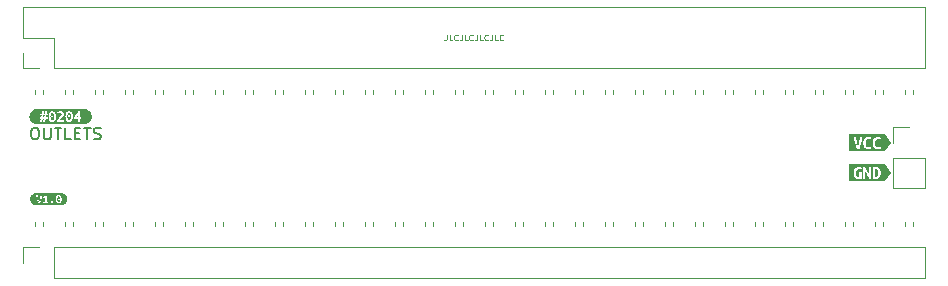
<source format=gbr>
%TF.GenerationSoftware,KiCad,Pcbnew,6.0.7+dfsg-1~bpo11+1*%
%TF.CreationDate,2022-10-18T02:59:46+00:00*%
%TF.ProjectId,0204-OUTLETS,30323034-2d4f-4555-944c-4554532e6b69,V1.0*%
%TF.SameCoordinates,Original*%
%TF.FileFunction,Legend,Top*%
%TF.FilePolarity,Positive*%
%FSLAX46Y46*%
G04 Gerber Fmt 4.6, Leading zero omitted, Abs format (unit mm)*
G04 Created by KiCad (PCBNEW 6.0.7+dfsg-1~bpo11+1) date 2022-10-18 02:59:46*
%MOMM*%
%LPD*%
G01*
G04 APERTURE LIST*
%ADD10C,0.100000*%
%ADD11C,0.150000*%
%ADD12C,0.120000*%
G04 APERTURE END LIST*
D10*
X36580476Y20593810D02*
X36580476Y20236667D01*
X36556666Y20165239D01*
X36509047Y20117620D01*
X36437619Y20093810D01*
X36390000Y20093810D01*
X37056666Y20093810D02*
X36818571Y20093810D01*
X36818571Y20593810D01*
X37509047Y20141429D02*
X37485238Y20117620D01*
X37413809Y20093810D01*
X37366190Y20093810D01*
X37294761Y20117620D01*
X37247142Y20165239D01*
X37223333Y20212858D01*
X37199523Y20308096D01*
X37199523Y20379524D01*
X37223333Y20474762D01*
X37247142Y20522381D01*
X37294761Y20570000D01*
X37366190Y20593810D01*
X37413809Y20593810D01*
X37485238Y20570000D01*
X37509047Y20546191D01*
X37866190Y20593810D02*
X37866190Y20236667D01*
X37842380Y20165239D01*
X37794761Y20117620D01*
X37723333Y20093810D01*
X37675714Y20093810D01*
X38342380Y20093810D02*
X38104285Y20093810D01*
X38104285Y20593810D01*
X38794761Y20141429D02*
X38770952Y20117620D01*
X38699523Y20093810D01*
X38651904Y20093810D01*
X38580476Y20117620D01*
X38532857Y20165239D01*
X38509047Y20212858D01*
X38485238Y20308096D01*
X38485238Y20379524D01*
X38509047Y20474762D01*
X38532857Y20522381D01*
X38580476Y20570000D01*
X38651904Y20593810D01*
X38699523Y20593810D01*
X38770952Y20570000D01*
X38794761Y20546191D01*
X39151904Y20593810D02*
X39151904Y20236667D01*
X39128095Y20165239D01*
X39080476Y20117620D01*
X39009047Y20093810D01*
X38961428Y20093810D01*
X39628095Y20093810D02*
X39390000Y20093810D01*
X39390000Y20593810D01*
X40080476Y20141429D02*
X40056666Y20117620D01*
X39985238Y20093810D01*
X39937619Y20093810D01*
X39866190Y20117620D01*
X39818571Y20165239D01*
X39794761Y20212858D01*
X39770952Y20308096D01*
X39770952Y20379524D01*
X39794761Y20474762D01*
X39818571Y20522381D01*
X39866190Y20570000D01*
X39937619Y20593810D01*
X39985238Y20593810D01*
X40056666Y20570000D01*
X40080476Y20546191D01*
X40437619Y20593810D02*
X40437619Y20236667D01*
X40413809Y20165239D01*
X40366190Y20117620D01*
X40294761Y20093810D01*
X40247142Y20093810D01*
X40913809Y20093810D02*
X40675714Y20093810D01*
X40675714Y20593810D01*
X41366190Y20141429D02*
X41342380Y20117620D01*
X41270952Y20093810D01*
X41223333Y20093810D01*
X41151904Y20117620D01*
X41104285Y20165239D01*
X41080476Y20212858D01*
X41056666Y20308096D01*
X41056666Y20379524D01*
X41080476Y20474762D01*
X41104285Y20522381D01*
X41151904Y20570000D01*
X41223333Y20593810D01*
X41270952Y20593810D01*
X41342380Y20570000D01*
X41366190Y20546191D01*
D11*
X1616071Y12707620D02*
X1806547Y12707620D01*
X1901785Y12660000D01*
X1997023Y12564762D01*
X2044642Y12374286D01*
X2044642Y12040953D01*
X1997023Y11850477D01*
X1901785Y11755239D01*
X1806547Y11707620D01*
X1616071Y11707620D01*
X1520833Y11755239D01*
X1425595Y11850477D01*
X1377976Y12040953D01*
X1377976Y12374286D01*
X1425595Y12564762D01*
X1520833Y12660000D01*
X1616071Y12707620D01*
X2473214Y12707620D02*
X2473214Y11898096D01*
X2520833Y11802858D01*
X2568452Y11755239D01*
X2663690Y11707620D01*
X2854166Y11707620D01*
X2949404Y11755239D01*
X2997023Y11802858D01*
X3044642Y11898096D01*
X3044642Y12707620D01*
X3377976Y12707620D02*
X3949404Y12707620D01*
X3663690Y11707620D02*
X3663690Y12707620D01*
X4758928Y11707620D02*
X4282738Y11707620D01*
X4282738Y12707620D01*
X5092261Y12231429D02*
X5425595Y12231429D01*
X5568452Y11707620D02*
X5092261Y11707620D01*
X5092261Y12707620D01*
X5568452Y12707620D01*
X5854166Y12707620D02*
X6425595Y12707620D01*
X6139880Y11707620D02*
X6139880Y12707620D01*
X6711309Y11755239D02*
X6854166Y11707620D01*
X7092261Y11707620D01*
X7187500Y11755239D01*
X7235119Y11802858D01*
X7282738Y11898096D01*
X7282738Y11993334D01*
X7235119Y12088572D01*
X7187500Y12136191D01*
X7092261Y12183810D01*
X6901785Y12231429D01*
X6806547Y12279048D01*
X6758928Y12326667D01*
X6711309Y12421905D01*
X6711309Y12517143D01*
X6758928Y12612381D01*
X6806547Y12660000D01*
X6901785Y12707620D01*
X7139880Y12707620D01*
X7282738Y12660000D01*
D12*
%TO.C,R15*%
X11840000Y4418359D02*
X11840000Y4725641D01*
X12600000Y4418359D02*
X12600000Y4725641D01*
%TO.C,R44*%
X60860000Y15594359D02*
X60860000Y15901641D01*
X60100000Y15594359D02*
X60100000Y15901641D01*
%TO.C,R40*%
X50700000Y4418359D02*
X50700000Y4725641D01*
X49940000Y4418359D02*
X49940000Y4725641D01*
%TO.C,R10*%
X24540000Y15594359D02*
X24540000Y15901641D01*
X25300000Y15594359D02*
X25300000Y15901641D01*
%TO.C,kibuzzard-634E0ED5*%
G36*
X3180626Y13349961D02*
G01*
X3117403Y13369785D01*
X3070612Y13429257D01*
X3049181Y13490296D01*
X3036322Y13567687D01*
X3032036Y13661429D01*
X3032695Y13675716D01*
X3102044Y13675716D01*
X3123476Y13609279D01*
X3182054Y13581419D01*
X3238490Y13609279D01*
X3260636Y13675716D01*
X3238490Y13742867D01*
X3182054Y13771442D01*
X3123476Y13742867D01*
X3102044Y13675716D01*
X3032695Y13675716D01*
X3036322Y13754377D01*
X3049181Y13831291D01*
X3070612Y13892172D01*
X3117403Y13951644D01*
X3180626Y13971467D01*
X3244741Y13951644D01*
X3291354Y13892172D01*
X3312388Y13831291D01*
X3325009Y13754377D01*
X3329216Y13661429D01*
X3325009Y13567687D01*
X3312388Y13490296D01*
X3291354Y13429257D01*
X3244741Y13369785D01*
X3182054Y13350403D01*
X3180626Y13349961D01*
G37*
G36*
X1828003Y13023002D02*
G01*
X1765869Y13032219D01*
X1704937Y13047482D01*
X1645794Y13068643D01*
X1589011Y13095500D01*
X1535133Y13127793D01*
X1484680Y13165211D01*
X1438137Y13207395D01*
X1395954Y13253938D01*
X1358535Y13304391D01*
X1326242Y13358268D01*
X1299385Y13415052D01*
X1292002Y13435686D01*
X2134781Y13435686D01*
X2220506Y13435686D01*
X2179072Y13217087D01*
X2324804Y13217087D01*
X2364809Y13435686D01*
X2479109Y13435686D01*
X2437676Y13217087D01*
X2583408Y13217087D01*
X2624842Y13435686D01*
X2799149Y13435686D01*
X2799149Y13581419D01*
X2651988Y13581419D01*
X2667263Y13661429D01*
X2873444Y13661429D01*
X2878356Y13551772D01*
X2893090Y13457117D01*
X2917646Y13377465D01*
X2952026Y13312814D01*
X3012351Y13249314D01*
X3088551Y13211214D01*
X3180626Y13198514D01*
X3272701Y13211214D01*
X3348901Y13249314D01*
X3409226Y13312814D01*
X3443605Y13377465D01*
X3468162Y13457117D01*
X3482896Y13551772D01*
X3487807Y13661429D01*
X3482896Y13770416D01*
X3468162Y13864490D01*
X3443605Y13943652D01*
X3411137Y14004329D01*
X3599249Y14004329D01*
X3686403Y13881456D01*
X3776414Y13948607D01*
X3863568Y13968610D01*
X3946436Y13939321D01*
X3979297Y13855739D01*
X3952865Y13780015D01*
X3885714Y13702862D01*
X3843566Y13661965D01*
X3798560Y13619281D01*
X3753554Y13573918D01*
X3711406Y13524983D01*
X3674259Y13471941D01*
X3644255Y13414255D01*
X3624431Y13351390D01*
X3617823Y13282810D01*
X3617109Y13252806D01*
X3620681Y13217087D01*
X4197896Y13217087D01*
X4197896Y13362820D01*
X3817848Y13362820D01*
X3832850Y13409969D01*
X3869283Y13460689D01*
X3915003Y13509267D01*
X3957866Y13549986D01*
X4030732Y13621424D01*
X4064070Y13661429D01*
X4302194Y13661429D01*
X4307106Y13551772D01*
X4321840Y13457117D01*
X4346396Y13377465D01*
X4380776Y13312814D01*
X4441101Y13249314D01*
X4517301Y13211214D01*
X4609376Y13198514D01*
X4701451Y13211214D01*
X4777651Y13249314D01*
X4837976Y13312814D01*
X4872355Y13377465D01*
X4887221Y13425685D01*
X5005139Y13425685D01*
X5373757Y13425685D01*
X5373757Y13217087D01*
X5549493Y13217087D01*
X5549493Y13425685D01*
X5645219Y13425685D01*
X5645219Y13569989D01*
X5549493Y13569989D01*
X5549493Y14101484D01*
X5392331Y14101484D01*
X5335181Y14040583D01*
X5278031Y13972182D01*
X5222309Y13899494D01*
X5169446Y13825735D01*
X5120154Y13752333D01*
X5075148Y13680717D01*
X5036215Y13613744D01*
X5005139Y13554273D01*
X5005139Y13425685D01*
X4887221Y13425685D01*
X4896912Y13457117D01*
X4911646Y13551772D01*
X4916557Y13661429D01*
X4911646Y13770416D01*
X4896912Y13864490D01*
X4872355Y13943652D01*
X4837976Y14007901D01*
X4777651Y14071004D01*
X4701451Y14108866D01*
X4609376Y14121486D01*
X4518729Y14108786D01*
X4443006Y14070686D01*
X4382204Y14007186D01*
X4347200Y13942714D01*
X4322197Y13863597D01*
X4307195Y13769835D01*
X4302194Y13661429D01*
X4064070Y13661429D01*
X4095026Y13698576D01*
X4140746Y13780729D01*
X4157891Y13868597D01*
X4135031Y13979326D01*
X4073594Y14058621D01*
X3985012Y14105770D01*
X3880713Y14121486D01*
X3806240Y14114342D01*
X3731409Y14092911D01*
X3660864Y14056478D01*
X3599249Y14004329D01*
X3411137Y14004329D01*
X3409226Y14007901D01*
X3348901Y14071004D01*
X3272701Y14108866D01*
X3180626Y14121486D01*
X3089979Y14108786D01*
X3014256Y14070686D01*
X2953454Y14007186D01*
X2918450Y13942714D01*
X2893447Y13863597D01*
X2878445Y13769835D01*
X2873444Y13661429D01*
X2667263Y13661429D01*
X2681992Y13738581D01*
X2799149Y13738581D01*
X2799149Y13884314D01*
X2710567Y13884314D01*
X2752001Y14101484D01*
X2606268Y14101484D01*
X2564834Y13884314D01*
X2450534Y13884314D01*
X2493397Y14101484D01*
X2347664Y14101484D01*
X2306231Y13884314D01*
X2134781Y13884314D01*
X2134781Y13738581D01*
X2277656Y13738581D01*
X2247652Y13581419D01*
X2134781Y13581419D01*
X2134781Y13435686D01*
X1292002Y13435686D01*
X1278224Y13474195D01*
X1262961Y13535127D01*
X1253744Y13597261D01*
X1250662Y13660000D01*
X1253744Y13722739D01*
X1262961Y13784873D01*
X1278224Y13845805D01*
X1299385Y13904948D01*
X1326242Y13961732D01*
X1358535Y14015609D01*
X1395954Y14066062D01*
X1438137Y14112605D01*
X1484680Y14154789D01*
X1535133Y14192207D01*
X1589011Y14224500D01*
X1645794Y14251357D01*
X1704937Y14272518D01*
X1765869Y14287781D01*
X1828003Y14296998D01*
X1890742Y14300080D01*
X5889258Y14300080D01*
X5951997Y14296998D01*
X6014131Y14287781D01*
X6075063Y14272518D01*
X6134206Y14251357D01*
X6190989Y14224500D01*
X6244867Y14192207D01*
X6295320Y14154789D01*
X6341863Y14112605D01*
X6384046Y14066062D01*
X6421465Y14015609D01*
X6453758Y13961732D01*
X6480615Y13904948D01*
X6501776Y13845805D01*
X6517039Y13784873D01*
X6526256Y13722739D01*
X6529338Y13660000D01*
X6526256Y13597261D01*
X6517039Y13535127D01*
X6501776Y13474195D01*
X6480615Y13415052D01*
X6453758Y13358268D01*
X6421465Y13304391D01*
X6384046Y13253938D01*
X6341863Y13207395D01*
X6295320Y13165211D01*
X6244867Y13127793D01*
X6190989Y13095500D01*
X6134206Y13068643D01*
X6075063Y13047482D01*
X6014131Y13032219D01*
X5951997Y13023002D01*
X5889258Y13019920D01*
X1890742Y13019920D01*
X1828003Y13023002D01*
G37*
G36*
X2507684Y13581419D02*
G01*
X2393384Y13581419D01*
X2423388Y13738581D01*
X2536259Y13738581D01*
X2507684Y13581419D01*
G37*
G36*
X5373757Y13569989D02*
G01*
X5173732Y13569989D01*
X5216594Y13651427D01*
X5267315Y13733581D01*
X5320893Y13811447D01*
X5373757Y13881456D01*
X5373757Y13569989D01*
G37*
G36*
X4609376Y13349961D02*
G01*
X4546153Y13369785D01*
X4499362Y13429257D01*
X4477931Y13490296D01*
X4465072Y13567687D01*
X4460786Y13661429D01*
X4461445Y13675716D01*
X4530794Y13675716D01*
X4552226Y13609279D01*
X4610804Y13581419D01*
X4667240Y13609279D01*
X4689386Y13675716D01*
X4667240Y13742867D01*
X4610804Y13771442D01*
X4552226Y13742867D01*
X4530794Y13675716D01*
X4461445Y13675716D01*
X4465072Y13754377D01*
X4477931Y13831291D01*
X4499362Y13892172D01*
X4546153Y13951644D01*
X4609376Y13971467D01*
X4673491Y13951644D01*
X4720104Y13892172D01*
X4741138Y13831291D01*
X4753759Y13754377D01*
X4757966Y13661429D01*
X4753759Y13567687D01*
X4741138Y13490296D01*
X4720104Y13429257D01*
X4673491Y13369785D01*
X4610804Y13350403D01*
X4609376Y13349961D01*
G37*
%TO.C,R17*%
X16920000Y4418359D02*
X16920000Y4725641D01*
X17680000Y4418359D02*
X17680000Y4725641D01*
%TO.C,R21*%
X27840000Y15594359D02*
X27840000Y15901641D01*
X27080000Y15594359D02*
X27080000Y15901641D01*
%TO.C,R50*%
X75340000Y15594359D02*
X75340000Y15901641D01*
X76100000Y15594359D02*
X76100000Y15901641D01*
%TO.C,R53*%
X58320000Y4418359D02*
X58320000Y4725641D01*
X57560000Y4418359D02*
X57560000Y4725641D01*
%TO.C,J1*%
X3330000Y2600000D02*
X77050000Y2600000D01*
X3330000Y-60000D02*
X77050000Y-60000D01*
X730000Y1270000D02*
X730000Y2600000D01*
X77050000Y-60000D02*
X77050000Y2600000D01*
X3330000Y-60000D02*
X3330000Y2600000D01*
X730000Y2600000D02*
X2060000Y2600000D01*
%TO.C,R20*%
X25300000Y4418359D02*
X25300000Y4725641D01*
X24540000Y4418359D02*
X24540000Y4725641D01*
%TO.C,R45*%
X62640000Y15594359D02*
X62640000Y15901641D01*
X63400000Y15594359D02*
X63400000Y15901641D01*
%TO.C,R24*%
X35460000Y15594359D02*
X35460000Y15901641D01*
X34700000Y15594359D02*
X34700000Y15901641D01*
%TO.C,R19*%
X22760000Y4418359D02*
X22760000Y4725641D01*
X22000000Y4418359D02*
X22000000Y4725641D01*
%TO.C,R18*%
X20220000Y4418359D02*
X20220000Y4725641D01*
X19460000Y4418359D02*
X19460000Y4725641D01*
%TO.C,R37*%
X43080000Y4418359D02*
X43080000Y4725641D01*
X42320000Y4418359D02*
X42320000Y4725641D01*
%TO.C,R28*%
X45620000Y15594359D02*
X45620000Y15901641D01*
X44860000Y15594359D02*
X44860000Y15901641D01*
%TO.C,R22*%
X29620000Y15594359D02*
X29620000Y15901641D01*
X30380000Y15594359D02*
X30380000Y15901641D01*
%TO.C,R47*%
X68480000Y15594359D02*
X68480000Y15901641D01*
X67720000Y15594359D02*
X67720000Y15901641D01*
%TO.C,R23*%
X32920000Y15594359D02*
X32920000Y15901641D01*
X32160000Y15594359D02*
X32160000Y15901641D01*
%TO.C,R59*%
X73560000Y4418359D02*
X73560000Y4725641D01*
X72800000Y4418359D02*
X72800000Y4725641D01*
%TO.C,R6*%
X14380000Y15594359D02*
X14380000Y15901641D01*
X15140000Y15594359D02*
X15140000Y15901641D01*
%TO.C,R2*%
X4980000Y15594359D02*
X4980000Y15901641D01*
X4220000Y15594359D02*
X4220000Y15901641D01*
%TO.C,R7*%
X17680000Y15594359D02*
X17680000Y15901641D01*
X16920000Y15594359D02*
X16920000Y15901641D01*
%TO.C,R31*%
X27840000Y4418359D02*
X27840000Y4725641D01*
X27080000Y4418359D02*
X27080000Y4725641D01*
%TO.C,R13*%
X7520000Y4418359D02*
X7520000Y4725641D01*
X6760000Y4418359D02*
X6760000Y4725641D01*
%TO.C,kibuzzard-63351CB9*%
G36*
X3735661Y6418859D02*
G01*
X3686488Y6434277D01*
X3650095Y6480533D01*
X3633426Y6528008D01*
X3623425Y6588201D01*
X3620091Y6661111D01*
X3620604Y6672224D01*
X3674543Y6672224D01*
X3691211Y6620551D01*
X3736773Y6598881D01*
X3780667Y6620551D01*
X3797891Y6672224D01*
X3780667Y6724452D01*
X3736773Y6746677D01*
X3691211Y6724452D01*
X3674543Y6672224D01*
X3620604Y6672224D01*
X3623425Y6733404D01*
X3633426Y6793227D01*
X3650095Y6840578D01*
X3686488Y6886834D01*
X3735661Y6902252D01*
X3785529Y6886834D01*
X3821783Y6840578D01*
X3838143Y6793227D01*
X3847959Y6733404D01*
X3851231Y6661111D01*
X3847959Y6588201D01*
X3838143Y6528008D01*
X3821783Y6480533D01*
X3785529Y6434277D01*
X3736773Y6419202D01*
X3735661Y6418859D01*
G37*
G36*
X1756531Y6164557D02*
G01*
X1708204Y6171726D01*
X1660812Y6183597D01*
X1614812Y6200056D01*
X1570647Y6220944D01*
X1528742Y6246061D01*
X1489501Y6275164D01*
X1453301Y6307974D01*
X1420492Y6344174D01*
X1391389Y6383415D01*
X1366272Y6425320D01*
X1345383Y6469485D01*
X1328924Y6515485D01*
X1317053Y6562876D01*
X1309885Y6611203D01*
X1307487Y6660000D01*
X1309885Y6708797D01*
X1317053Y6757124D01*
X1328924Y6804515D01*
X1345383Y6850515D01*
X1366272Y6894680D01*
X1391389Y6936585D01*
X1420492Y6975826D01*
X1445461Y7003376D01*
X1805420Y7003376D01*
X1818199Y6941146D01*
X1836535Y6863359D01*
X1851228Y6805142D01*
X1867156Y6744578D01*
X1884319Y6681669D01*
X1902469Y6617526D01*
X1921360Y6553258D01*
X1940993Y6488867D01*
X1970163Y6397189D01*
X1997666Y6315512D01*
X2138795Y6315512D01*
X2160032Y6374717D01*
X2180776Y6435281D01*
X2201025Y6497202D01*
X2220472Y6559432D01*
X2238808Y6620921D01*
X2256032Y6681669D01*
X2279646Y6770153D01*
X2300482Y6854469D01*
X2301753Y6860025D01*
X2399939Y6860025D01*
X2444389Y6746677D01*
X2512175Y6773903D01*
X2583295Y6813352D01*
X2583295Y6428860D01*
X2438833Y6428860D01*
X2438833Y6315512D01*
X2856663Y6315512D01*
X2856663Y6403301D01*
X3081135Y6403301D01*
X3089469Y6360518D01*
X3111694Y6329403D01*
X3143365Y6309956D01*
X3181148Y6303289D01*
X3250045Y6328847D01*
X3280049Y6403301D01*
X3250045Y6475532D01*
X3181148Y6501091D01*
X3143365Y6494424D01*
X3111694Y6475532D01*
X3089469Y6444973D01*
X3081135Y6403301D01*
X2856663Y6403301D01*
X2856663Y6428860D01*
X2719979Y6428860D01*
X2719979Y6661111D01*
X3496743Y6661111D01*
X3500562Y6575823D01*
X3512022Y6502202D01*
X3531122Y6440250D01*
X3557861Y6389966D01*
X3604781Y6340577D01*
X3664047Y6310944D01*
X3735661Y6301066D01*
X3807275Y6310944D01*
X3866542Y6340577D01*
X3913461Y6389966D01*
X3940201Y6440250D01*
X3959300Y6502202D01*
X3970760Y6575823D01*
X3974580Y6661111D01*
X3970760Y6745879D01*
X3959300Y6819048D01*
X3940201Y6880618D01*
X3913461Y6930589D01*
X3866542Y6979670D01*
X3807275Y7009118D01*
X3735661Y7018934D01*
X3665159Y7009056D01*
X3606262Y6979423D01*
X3558973Y6930034D01*
X3531747Y6879889D01*
X3512300Y6818353D01*
X3500632Y6745427D01*
X3496743Y6661111D01*
X2719979Y6661111D01*
X2719979Y7003376D01*
X2626634Y7003376D01*
X2578850Y6960037D01*
X2519954Y6920033D01*
X2457724Y6885584D01*
X2399939Y6860025D01*
X2301753Y6860025D01*
X2318401Y6932812D01*
X2333264Y7003376D01*
X2189913Y7003376D01*
X2179911Y6945591D01*
X2167688Y6878916D01*
X2153797Y6806824D01*
X2138795Y6732787D01*
X2122682Y6658333D01*
X2105458Y6584991D01*
X2087678Y6516232D01*
X2069898Y6455530D01*
X2051979Y6517065D01*
X2033782Y6586102D01*
X2016002Y6659444D01*
X1999333Y6733898D01*
X1983915Y6807796D01*
X1969885Y6879472D01*
X1958217Y6945730D01*
X1949883Y7003376D01*
X1805420Y7003376D01*
X1445461Y7003376D01*
X1453301Y7012026D01*
X1489501Y7044836D01*
X1528742Y7073939D01*
X1570647Y7099056D01*
X1614812Y7119944D01*
X1660812Y7136403D01*
X1708204Y7148274D01*
X1756531Y7155443D01*
X1805327Y7157840D01*
X3974673Y7157840D01*
X4023469Y7155443D01*
X4071796Y7148274D01*
X4119188Y7136403D01*
X4165188Y7119944D01*
X4209353Y7099056D01*
X4251258Y7073939D01*
X4290499Y7044836D01*
X4326699Y7012026D01*
X4359508Y6975826D01*
X4388611Y6936585D01*
X4413728Y6894680D01*
X4434617Y6850515D01*
X4451076Y6804515D01*
X4462947Y6757124D01*
X4470115Y6708797D01*
X4472513Y6660000D01*
X4470115Y6611203D01*
X4462947Y6562876D01*
X4451076Y6515485D01*
X4434617Y6469485D01*
X4413728Y6425320D01*
X4388611Y6383415D01*
X4359508Y6344174D01*
X4326699Y6307974D01*
X4290499Y6275164D01*
X4251258Y6246061D01*
X4209353Y6220944D01*
X4165188Y6200056D01*
X4119188Y6183597D01*
X4071796Y6171726D01*
X4023469Y6164557D01*
X3974673Y6162160D01*
X1805327Y6162160D01*
X1756531Y6164557D01*
G37*
%TO.C,R42*%
X55020000Y15594359D02*
X55020000Y15901641D01*
X55780000Y15594359D02*
X55780000Y15901641D01*
%TO.C,R11*%
X1680000Y4418359D02*
X1680000Y4725641D01*
X2440000Y4418359D02*
X2440000Y4725641D01*
%TO.C,R49*%
X72800000Y15594359D02*
X72800000Y15901641D01*
X73560000Y15594359D02*
X73560000Y15901641D01*
%TO.C,R32*%
X29620000Y4418359D02*
X29620000Y4725641D01*
X30380000Y4418359D02*
X30380000Y4725641D01*
%TO.C,kibuzzard-634D0629*%
G36*
X70681490Y12141200D02*
G01*
X73680377Y12141200D01*
X74154510Y11430000D01*
X73680377Y10718800D01*
X70681490Y10718800D01*
X70681490Y11920538D01*
X71025233Y11920538D01*
X71043490Y11831638D01*
X71069683Y11720513D01*
X71090674Y11637345D01*
X71113428Y11550826D01*
X71137946Y11460956D01*
X71163875Y11369322D01*
X71190862Y11277512D01*
X71218908Y11185525D01*
X71260580Y11054556D01*
X71299871Y10937875D01*
X71501483Y10937875D01*
X71531822Y11022453D01*
X71561456Y11108972D01*
X71590383Y11197431D01*
X71618165Y11286331D01*
X71644358Y11374173D01*
X71660188Y11430000D01*
X71841208Y11430000D01*
X71848054Y11314013D01*
X71868593Y11212116D01*
X71902823Y11124307D01*
X71950746Y11050588D01*
X72034707Y10976504D01*
X72140540Y10932054D01*
X72268246Y10917238D01*
X72354963Y10922595D01*
X72430965Y10938669D01*
X72542883Y10985500D01*
X72493671Y11139488D01*
X72413502Y11104563D01*
X72287296Y11087100D01*
X72173988Y11109523D01*
X72097590Y11176794D01*
X72065399Y11245321D01*
X72046084Y11331310D01*
X72039942Y11430000D01*
X72634958Y11430000D01*
X72641804Y11314013D01*
X72662343Y11212116D01*
X72696573Y11124307D01*
X72744496Y11050588D01*
X72828457Y10976504D01*
X72934290Y10932054D01*
X73061996Y10917238D01*
X73148713Y10922595D01*
X73224715Y10938669D01*
X73336633Y10985500D01*
X73287421Y11139488D01*
X73207252Y11104563D01*
X73081046Y11087100D01*
X72967738Y11109523D01*
X72891340Y11176794D01*
X72859149Y11245321D01*
X72839834Y11331310D01*
X72833396Y11434763D01*
X72838754Y11523663D01*
X72854827Y11596688D01*
X72910390Y11700669D01*
X72988177Y11756231D01*
X73077871Y11772900D01*
X73196140Y11756231D01*
X73284246Y11715750D01*
X73335046Y11871325D01*
X73302502Y11890375D01*
X73249321Y11914188D01*
X73175502Y11934031D01*
X73081046Y11942763D01*
X72987979Y11934230D01*
X72902452Y11908631D01*
X72826252Y11866563D01*
X72761165Y11808619D01*
X72708182Y11735395D01*
X72668296Y11647488D01*
X72643293Y11545491D01*
X72634958Y11430000D01*
X72039942Y11430000D01*
X72039646Y11434763D01*
X72045004Y11523663D01*
X72061077Y11596688D01*
X72116640Y11700669D01*
X72194427Y11756231D01*
X72284121Y11772900D01*
X72402390Y11756231D01*
X72490496Y11715750D01*
X72541296Y11871325D01*
X72508752Y11890375D01*
X72455571Y11914188D01*
X72381752Y11934031D01*
X72287296Y11942763D01*
X72194229Y11934230D01*
X72108702Y11908631D01*
X72032502Y11866563D01*
X71967415Y11808619D01*
X71914432Y11735395D01*
X71874546Y11647488D01*
X71849543Y11545491D01*
X71841208Y11430000D01*
X71660188Y11430000D01*
X71668965Y11460956D01*
X71702699Y11587361D01*
X71732465Y11707813D01*
X71758063Y11819731D01*
X71779296Y11920538D01*
X71574508Y11920538D01*
X71560221Y11837988D01*
X71542758Y11742738D01*
X71522915Y11639748D01*
X71501483Y11533981D01*
X71478465Y11427619D01*
X71453858Y11322844D01*
X71428458Y11224617D01*
X71403058Y11137900D01*
X71377460Y11225808D01*
X71351465Y11324431D01*
X71326065Y11429206D01*
X71302252Y11535569D01*
X71280226Y11641138D01*
X71260183Y11743531D01*
X71243515Y11838186D01*
X71231608Y11920538D01*
X71025233Y11920538D01*
X70681490Y11920538D01*
X70681490Y12141200D01*
G37*
%TO.C,R29*%
X48160000Y15594359D02*
X48160000Y15901641D01*
X47400000Y15594359D02*
X47400000Y15901641D01*
%TO.C,R43*%
X58320000Y15594359D02*
X58320000Y15901641D01*
X57560000Y15594359D02*
X57560000Y15901641D01*
%TO.C,R9*%
X22760000Y15594359D02*
X22760000Y15901641D01*
X22000000Y15594359D02*
X22000000Y15901641D01*
%TO.C,R30*%
X49940000Y15594359D02*
X49940000Y15901641D01*
X50700000Y15594359D02*
X50700000Y15901641D01*
%TO.C,R34*%
X34700000Y4418359D02*
X34700000Y4725641D01*
X35460000Y4418359D02*
X35460000Y4725641D01*
%TO.C,R60*%
X75340000Y4418359D02*
X75340000Y4725641D01*
X76100000Y4418359D02*
X76100000Y4725641D01*
%TO.C,R54*%
X60100000Y4418359D02*
X60100000Y4725641D01*
X60860000Y4418359D02*
X60860000Y4725641D01*
%TO.C,R57*%
X68480000Y4418359D02*
X68480000Y4725641D01*
X67720000Y4418359D02*
X67720000Y4725641D01*
%TO.C,R12*%
X4220000Y4418359D02*
X4220000Y4725641D01*
X4980000Y4418359D02*
X4980000Y4725641D01*
%TO.C,R39*%
X47400000Y4418359D02*
X47400000Y4725641D01*
X48160000Y4418359D02*
X48160000Y4725641D01*
%TO.C,R41*%
X53240000Y15594359D02*
X53240000Y15901641D01*
X52480000Y15594359D02*
X52480000Y15901641D01*
%TO.C,R36*%
X39780000Y4418359D02*
X39780000Y4725641D01*
X40540000Y4418359D02*
X40540000Y4725641D01*
%TO.C,R46*%
X65940000Y15594359D02*
X65940000Y15901641D01*
X65180000Y15594359D02*
X65180000Y15901641D01*
%TO.C,R1*%
X2440000Y15594359D02*
X2440000Y15901641D01*
X1680000Y15594359D02*
X1680000Y15901641D01*
%TO.C,R4*%
X9300000Y15594359D02*
X9300000Y15901641D01*
X10060000Y15594359D02*
X10060000Y15901641D01*
%TO.C,R5*%
X12600000Y15594359D02*
X12600000Y15901641D01*
X11840000Y15594359D02*
X11840000Y15901641D01*
%TO.C,R26*%
X39780000Y15594359D02*
X39780000Y15901641D01*
X40540000Y15594359D02*
X40540000Y15901641D01*
%TO.C,R51*%
X52480000Y4418359D02*
X52480000Y4725641D01*
X53240000Y4418359D02*
X53240000Y4725641D01*
%TO.C,R38*%
X45620000Y4418359D02*
X45620000Y4725641D01*
X44860000Y4418359D02*
X44860000Y4725641D01*
%TO.C,R48*%
X70260000Y15594359D02*
X70260000Y15901641D01*
X71020000Y15594359D02*
X71020000Y15901641D01*
%TO.C,R52*%
X55780000Y4418359D02*
X55780000Y4725641D01*
X55020000Y4418359D02*
X55020000Y4725641D01*
%TO.C,R25*%
X37240000Y15594359D02*
X37240000Y15901641D01*
X38000000Y15594359D02*
X38000000Y15901641D01*
%TO.C,J3*%
X74390000Y11435000D02*
X74390000Y12765000D01*
X74390000Y7565000D02*
X77050000Y7565000D01*
X77050000Y10165000D02*
X77050000Y7565000D01*
X74390000Y10165000D02*
X77050000Y10165000D01*
X74390000Y12765000D02*
X75720000Y12765000D01*
X74390000Y10165000D02*
X74390000Y7565000D01*
%TO.C,R56*%
X65180000Y4418359D02*
X65180000Y4725641D01*
X65940000Y4418359D02*
X65940000Y4725641D01*
%TO.C,J2*%
X730000Y17720000D02*
X730000Y19050000D01*
X77050000Y17720000D02*
X77050000Y22920000D01*
X730000Y22920000D02*
X77050000Y22920000D01*
X2060000Y17720000D02*
X730000Y17720000D01*
X3330000Y17720000D02*
X3330000Y20320000D01*
X730000Y20320000D02*
X730000Y22920000D01*
X3330000Y20320000D02*
X730000Y20320000D01*
X3330000Y17720000D02*
X77050000Y17720000D01*
%TO.C,R14*%
X9300000Y4418359D02*
X9300000Y4725641D01*
X10060000Y4418359D02*
X10060000Y4725641D01*
%TO.C,R16*%
X14380000Y4418359D02*
X14380000Y4725641D01*
X15140000Y4418359D02*
X15140000Y4725641D01*
%TO.C,R27*%
X42320000Y15594359D02*
X42320000Y15901641D01*
X43080000Y15594359D02*
X43080000Y15901641D01*
%TO.C,kibuzzard-634D0633*%
G36*
X73022308Y9194006D02*
G01*
X73087396Y9120188D01*
X73120733Y9013825D01*
X73130258Y8890000D01*
X73127282Y8819952D01*
X73118352Y8755856D01*
X73078665Y8650288D01*
X73005640Y8580438D01*
X72893721Y8555038D01*
X72876258Y8555038D01*
X72858796Y8556625D01*
X72858796Y9217025D01*
X72887371Y9220994D01*
X72915946Y9221788D01*
X73022308Y9194006D01*
G37*
G36*
X70681490Y9601200D02*
G01*
X73680377Y9601200D01*
X74154510Y8890000D01*
X73680377Y8178800D01*
X70681490Y8178800D01*
X70681490Y8890000D01*
X71033171Y8890000D01*
X71040315Y8770739D01*
X71061746Y8666956D01*
X71096274Y8578850D01*
X71142708Y8506619D01*
X71200454Y8450263D01*
X71268915Y8409781D01*
X71347297Y8385373D01*
X71434808Y8377238D01*
X71531844Y8381206D01*
X71613402Y8393113D01*
X71631524Y8397875D01*
X71857083Y8397875D01*
X72033296Y8397875D01*
X72033296Y9050338D01*
X72092298Y8941417D01*
X72148654Y8832674D01*
X72202365Y8724106D01*
X72253429Y8615539D01*
X72301848Y8506795D01*
X72347621Y8397875D01*
X72504783Y8397875D01*
X72504783Y8408988D01*
X72663533Y8408988D01*
X72770690Y8390731D01*
X72873083Y8385175D01*
X72968929Y8392120D01*
X73056440Y8412956D01*
X73134029Y8448873D01*
X73200108Y8501063D01*
X73253885Y8570317D01*
X73294565Y8657431D01*
X73320163Y8763595D01*
X73328696Y8890000D01*
X73320957Y9013627D01*
X73297740Y9117806D01*
X73260632Y9203928D01*
X73211221Y9273381D01*
X73149507Y9326364D01*
X73075490Y9363075D01*
X72991154Y9384506D01*
X72898483Y9391650D01*
X72788946Y9386888D01*
X72663533Y9367838D01*
X72663533Y8408988D01*
X72504783Y8408988D01*
X72504783Y9380538D01*
X72328571Y9380538D01*
X72328571Y8775700D01*
X72300591Y8837613D01*
X72267452Y8909050D01*
X72230146Y8986441D01*
X72189665Y9066213D01*
X72147001Y9147373D01*
X72103146Y9228931D01*
X72058696Y9307711D01*
X72014246Y9380538D01*
X71857083Y9380538D01*
X71857083Y8397875D01*
X71631524Y8397875D01*
X71722146Y8421688D01*
X71722146Y8912225D01*
X71526883Y8912225D01*
X71526883Y8553450D01*
X71488783Y8548688D01*
X71450683Y8547100D01*
X71355830Y8567936D01*
X71287171Y8630444D01*
X71256303Y8696325D01*
X71237782Y8782844D01*
X71231608Y8890000D01*
X71234982Y8962827D01*
X71245102Y9028906D01*
X71289552Y9136856D01*
X71368133Y9207500D01*
X71485608Y9232900D01*
X71590383Y9215438D01*
X71676108Y9175750D01*
X71726908Y9331325D01*
X71694365Y9350375D01*
X71639596Y9374188D01*
X71561015Y9394031D01*
X71458621Y9402763D01*
X71372499Y9394627D01*
X71291933Y9370219D01*
X71219305Y9329539D01*
X71156996Y9272588D01*
X71105799Y9199761D01*
X71066508Y9111456D01*
X71041505Y9008070D01*
X71033171Y8890000D01*
X70681490Y8890000D01*
X70681490Y9601200D01*
G37*
%TO.C,R33*%
X32160000Y4418359D02*
X32160000Y4725641D01*
X32920000Y4418359D02*
X32920000Y4725641D01*
%TO.C,R58*%
X71020000Y4418359D02*
X71020000Y4725641D01*
X70260000Y4418359D02*
X70260000Y4725641D01*
%TO.C,R3*%
X7520000Y15594359D02*
X7520000Y15901641D01*
X6760000Y15594359D02*
X6760000Y15901641D01*
%TO.C,R35*%
X37240000Y4418359D02*
X37240000Y4725641D01*
X38000000Y4418359D02*
X38000000Y4725641D01*
%TO.C,R55*%
X62640000Y4418359D02*
X62640000Y4725641D01*
X63400000Y4418359D02*
X63400000Y4725641D01*
%TO.C,R8*%
X20220000Y15594359D02*
X20220000Y15901641D01*
X19460000Y15594359D02*
X19460000Y15901641D01*
%TD*%
M02*

</source>
